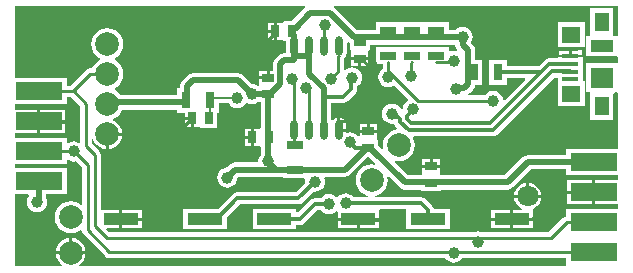
<source format=gtl>
G04*
G04 #@! TF.GenerationSoftware,Altium Limited,Altium Designer,20.2.4 (192)*
G04*
G04 Layer_Physical_Order=1*
G04 Layer_Color=255*
%FSLAX25Y25*%
%MOIN*%
G70*
G04*
G04 #@! TF.SameCoordinates,121250D4-26CC-48BE-A980-2B83B7959B4A*
G04*
G04*
G04 #@! TF.FilePolarity,Positive*
G04*
G01*
G75*
%ADD10C,0.00984*%
%ADD12C,0.00787*%
%ADD14R,0.05512X0.03150*%
%ADD15O,0.02362X0.06693*%
%ADD16R,0.15748X0.05906*%
%ADD17R,0.02677X0.03858*%
%ADD18R,0.03150X0.05512*%
%ADD19R,0.03858X0.02677*%
%ADD20R,0.05118X0.06496*%
%ADD21R,0.07480X0.07087*%
%ADD22R,0.06102X0.05610*%
%ADD23R,0.05512X0.01772*%
%ADD24R,0.07480X0.03937*%
%ADD25R,0.11811X0.03937*%
%ADD40C,0.01181*%
%ADD41C,0.01968*%
%ADD42C,0.07874*%
%ADD43C,0.07087*%
%ADD44C,0.03937*%
G36*
X100447Y33945D02*
X100197Y33549D01*
X99948Y33549D01*
X99016D01*
Y42702D01*
X91142D01*
Y33549D01*
X89961D01*
Y26856D01*
X99948D01*
X100197Y26856D01*
X100447Y26460D01*
Y24890D01*
X100197Y24494D01*
X99948Y24494D01*
X89961D01*
Y14651D01*
X91142D01*
Y5498D01*
X99016D01*
Y14298D01*
X99369Y14651D01*
X100197Y14651D01*
X100447Y14255D01*
Y-4291D01*
X83268D01*
Y-6214D01*
X70378D01*
X69456Y-6397D01*
X68675Y-6919D01*
X62702Y-12891D01*
X41507D01*
Y-12739D01*
X41234D01*
X41129Y-12283D01*
X41129Y-12239D01*
Y-10444D01*
X35271D01*
Y-12239D01*
X35271Y-12283D01*
X35166Y-12739D01*
X34893D01*
Y-12891D01*
X30432D01*
X26125Y-8584D01*
X26358Y-8111D01*
X27500Y-8261D01*
X28888Y-8078D01*
X30180Y-7543D01*
X31291Y-6691D01*
X32143Y-5580D01*
X32678Y-4287D01*
X32861Y-2900D01*
X32678Y-1512D01*
X32262Y-507D01*
X32583Y-7D01*
X58834D01*
X59602Y146D01*
X60254Y581D01*
X79305Y19632D01*
X80512D01*
Y16718D01*
Y10114D01*
X89370D01*
Y18480D01*
X88779D01*
Y21836D01*
Y26364D01*
X88402D01*
Y26364D01*
X84646D01*
X80890D01*
Y26364D01*
X80512D01*
Y26009D01*
X77495D01*
X76727Y25856D01*
X76076Y25421D01*
X74062Y23407D01*
X63388D01*
Y25534D01*
X57483D01*
Y17266D01*
X63388D01*
Y19393D01*
X69395D01*
X69586Y18931D01*
X62742Y12087D01*
X62214Y12266D01*
X62160Y12674D01*
X61823Y13488D01*
X61287Y14187D01*
X60588Y14723D01*
X59774Y15060D01*
X58900Y15175D01*
X58026Y15060D01*
X57212Y14723D01*
X56513Y14187D01*
X56145Y13707D01*
X50803D01*
X50652Y14207D01*
X51050Y14473D01*
X52203Y15626D01*
X52725Y16407D01*
X52896Y17266D01*
X55317D01*
Y25534D01*
X52908D01*
Y28700D01*
X52725Y29622D01*
X52203Y30403D01*
X51437Y31169D01*
X51623Y31412D01*
X51960Y32226D01*
X52075Y33100D01*
X51960Y33974D01*
X51623Y34788D01*
X51087Y35487D01*
X50388Y36023D01*
X49574Y36360D01*
X48700Y36475D01*
X47826Y36360D01*
X47012Y36023D01*
X46313Y35487D01*
X46280Y35444D01*
X44134D01*
Y37988D01*
X19866D01*
Y35444D01*
X13362D01*
X6103Y42703D01*
X5867Y42861D01*
X6019Y43361D01*
X100447D01*
Y33945D01*
D02*
G37*
G36*
X10661Y31332D02*
X11093Y31044D01*
Y28639D01*
X11366D01*
X11471Y28183D01*
X11471Y28139D01*
Y26344D01*
X14400D01*
X17329D01*
Y28139D01*
X17329Y28183D01*
X17434Y28639D01*
X17707D01*
Y30627D01*
X46292D01*
Y30500D01*
X46475Y29578D01*
X46913Y28922D01*
X46865Y28783D01*
X46684Y28523D01*
X46630Y28476D01*
X45878Y28575D01*
X45004Y28460D01*
X44634Y28307D01*
X44134Y28641D01*
Y29917D01*
X19866D01*
Y24012D01*
X22093D01*
Y22555D01*
X21613Y22187D01*
X21077Y21488D01*
X20740Y20674D01*
X20625Y19800D01*
X20740Y18926D01*
X21077Y18112D01*
X21613Y17413D01*
X22312Y16877D01*
X23126Y16540D01*
X24000Y16425D01*
X24874Y16540D01*
X25688Y16877D01*
X25942Y17072D01*
X30601Y12414D01*
X30516Y11986D01*
X30425Y11882D01*
X29752Y11365D01*
X29216Y10666D01*
X28879Y9852D01*
X28769Y9020D01*
X28731Y8991D01*
X28217Y9045D01*
X28123Y9272D01*
X27587Y9971D01*
X26888Y10508D01*
X26074Y10845D01*
X25200Y10960D01*
X24326Y10845D01*
X23512Y10508D01*
X22813Y9971D01*
X22277Y9272D01*
X21940Y8458D01*
X21825Y7585D01*
X21940Y6711D01*
X22277Y5897D01*
X22813Y5198D01*
X23512Y4662D01*
X24326Y4324D01*
X25200Y4209D01*
X25876Y4298D01*
X25899Y4184D01*
X26334Y3532D01*
X27017Y2850D01*
X26856Y2376D01*
X26112Y2278D01*
X24820Y1743D01*
X23709Y891D01*
X22857Y-220D01*
X22322Y-1512D01*
X22139Y-2900D01*
X22289Y-4042D01*
X21816Y-4275D01*
X20607Y-3066D01*
Y-1039D01*
X20334D01*
X20229Y-583D01*
X20229Y-539D01*
Y1256D01*
X14371D01*
Y144D01*
X13871Y-26D01*
X13573Y363D01*
X12874Y900D01*
X12060Y1237D01*
X11186Y1352D01*
X10312Y1237D01*
X10140Y1165D01*
X9724Y1443D01*
Y1524D01*
X7500D01*
Y2024D01*
X7000D01*
Y6313D01*
X6649Y6244D01*
X5928Y5762D01*
X5700Y5421D01*
X5057Y5359D01*
X4908Y5510D01*
Y11193D01*
X9000D01*
X9768Y11346D01*
X10419Y11781D01*
X13079Y14441D01*
X13514Y15092D01*
X13667Y15860D01*
Y16738D01*
X14287Y17213D01*
X14823Y17912D01*
X15160Y18726D01*
X15275Y19600D01*
X15160Y20474D01*
X14823Y21288D01*
X14287Y21987D01*
X13588Y22523D01*
X12774Y22860D01*
X11900Y22975D01*
X11026Y22860D01*
X10212Y22523D01*
X9657Y22097D01*
X9197Y22277D01*
X9157Y22314D01*
Y25857D01*
X9325Y25986D01*
X9735Y26520D01*
X9993Y27143D01*
X10081Y27811D01*
Y31260D01*
X10543Y31451D01*
X10661Y31332D01*
D02*
G37*
G36*
X-3711Y42861D02*
X-3947Y42703D01*
X-8343Y38307D01*
X-10961D01*
Y38034D01*
X-11417Y37929D01*
X-11461Y37929D01*
X-13256D01*
Y35000D01*
Y32071D01*
X-11461D01*
X-11417Y32071D01*
X-10961Y31966D01*
Y31693D01*
X-10081D01*
Y27811D01*
X-10125Y27762D01*
X-10847D01*
X-11769Y27578D01*
X-12550Y27056D01*
X-13703Y25903D01*
X-14225Y25122D01*
X-14409Y24200D01*
Y21894D01*
X-15600D01*
Y19556D01*
X-16100D01*
Y19056D01*
X-19029D01*
Y17217D01*
X-19029D01*
X-19053Y17113D01*
X-19134Y17032D01*
X-19616Y16895D01*
X-19912Y17123D01*
X-20726Y17460D01*
X-21565Y17571D01*
X-24397Y20403D01*
X-25178Y20925D01*
X-26100Y21109D01*
X-41200D01*
X-42122Y20925D01*
X-42903Y20403D01*
X-44748Y18558D01*
X-45270Y17777D01*
X-45453Y16855D01*
Y16134D01*
X-46588D01*
Y13782D01*
X-65314D01*
X-65894Y14539D01*
X-67005Y15391D01*
X-67264Y15498D01*
Y15998D01*
X-67005Y16105D01*
X-65894Y16957D01*
X-65042Y18068D01*
X-64507Y19361D01*
X-64324Y20748D01*
X-64507Y22136D01*
X-65042Y23428D01*
X-65894Y24539D01*
X-67005Y25391D01*
X-67264Y25498D01*
Y25998D01*
X-67005Y26105D01*
X-65894Y26957D01*
X-65042Y28068D01*
X-64507Y29361D01*
X-64324Y30748D01*
X-64507Y32135D01*
X-65042Y33428D01*
X-65894Y34539D01*
X-67005Y35391D01*
X-68298Y35926D01*
X-69685Y36109D01*
X-71073Y35926D01*
X-72365Y35391D01*
X-73476Y34539D01*
X-74328Y33428D01*
X-74863Y32135D01*
X-75046Y30748D01*
X-74863Y29361D01*
X-74328Y28068D01*
X-73476Y26957D01*
X-72365Y26105D01*
X-72106Y25998D01*
Y25498D01*
X-72365Y25391D01*
X-73476Y24539D01*
X-74328Y23428D01*
X-74648Y22655D01*
X-75352D01*
X-76082Y22510D01*
X-76700Y22096D01*
X-81890Y16907D01*
X-83268D01*
Y19331D01*
X-100447D01*
Y43361D01*
X-3863D01*
X-3711Y42861D01*
D02*
G37*
G36*
X-19407Y11328D02*
Y11328D01*
X-18381D01*
Y3007D01*
X-18561D01*
Y2734D01*
X-19017Y2629D01*
X-19061Y2629D01*
X-20856D01*
Y-300D01*
Y-3229D01*
X-19107D01*
X-19017Y-3229D01*
X-18607Y-3445D01*
Y-5176D01*
X-18609Y-5183D01*
Y-6102D01*
X-18923Y-6512D01*
X-19260Y-7326D01*
X-19375Y-8200D01*
X-19369Y-8251D01*
X-19698Y-8627D01*
X-27035D01*
X-27957Y-8810D01*
X-28738Y-9332D01*
X-29735Y-10329D01*
X-30574Y-10440D01*
X-31388Y-10777D01*
X-32087Y-11313D01*
X-32623Y-12012D01*
X-32960Y-12826D01*
X-33075Y-13700D01*
X-32960Y-14574D01*
X-32623Y-15388D01*
X-32087Y-16087D01*
X-31388Y-16623D01*
X-30574Y-16960D01*
X-29700Y-17075D01*
X-28826Y-16960D01*
X-28012Y-16623D01*
X-27313Y-16087D01*
X-26777Y-15388D01*
X-26440Y-14574D01*
X-26329Y-13735D01*
X-26038Y-13444D01*
X-11134D01*
Y-13988D01*
X-4185D01*
X-3824Y-14488D01*
X-3904Y-15100D01*
X-3842Y-15574D01*
X-6860Y-18593D01*
X-26309D01*
X-27077Y-18746D01*
X-27728Y-19181D01*
X-32760Y-24213D01*
X-44488D01*
Y-30906D01*
X-29921D01*
Y-27051D01*
X-25477Y-22607D01*
X-6029D01*
X-5261Y-22454D01*
X-4610Y-22019D01*
X-1003Y-18413D01*
X-529Y-18475D01*
X345Y-18360D01*
X1159Y-18023D01*
X1858Y-17487D01*
X2394Y-16788D01*
X2732Y-15974D01*
X2847Y-15100D01*
X2732Y-14226D01*
X2580Y-13860D01*
X2857Y-13444D01*
X9430D01*
X10352Y-13261D01*
X11133Y-12739D01*
X17300Y-6572D01*
X19625Y-8896D01*
X19391Y-9370D01*
X18400Y-9239D01*
X17012Y-9422D01*
X15720Y-9957D01*
X14609Y-10809D01*
X13757Y-11920D01*
X13222Y-13213D01*
X13039Y-14600D01*
X13222Y-15988D01*
X13757Y-17280D01*
X14609Y-18391D01*
X15720Y-19243D01*
X17012Y-19778D01*
X17125Y-19793D01*
X17092Y-20293D01*
X12378D01*
X12087Y-19913D01*
X11388Y-19377D01*
X10574Y-19040D01*
X9700Y-18925D01*
X8826Y-19040D01*
X8012Y-19377D01*
X7313Y-19913D01*
X7035Y-20276D01*
X6535D01*
X6487Y-20213D01*
X5788Y-19677D01*
X4974Y-19340D01*
X4100Y-19225D01*
X3226Y-19340D01*
X2412Y-19677D01*
X1713Y-20213D01*
X1422Y-20593D01*
X-600D01*
X-1368Y-20746D01*
X-2019Y-21181D01*
X-6193Y-25354D01*
X-6693Y-25147D01*
Y-24213D01*
X-21260D01*
Y-30906D01*
X-6693D01*
Y-29566D01*
X-5559D01*
X-4791Y-29413D01*
X-4140Y-28978D01*
X231Y-24607D01*
X1422D01*
X1713Y-24987D01*
X2412Y-25523D01*
X3226Y-25860D01*
X4100Y-25975D01*
X4974Y-25860D01*
X5788Y-25523D01*
X6487Y-24987D01*
X6571Y-24877D01*
X7071Y-25047D01*
Y-27059D01*
X20882D01*
Y-24591D01*
X21264Y-24307D01*
X29921D01*
Y-30906D01*
X44488D01*
Y-24213D01*
X39156D01*
X39059Y-23724D01*
X38624Y-23073D01*
X36432Y-20881D01*
X35781Y-20446D01*
X35013Y-20293D01*
X19708D01*
X19675Y-19793D01*
X19787Y-19778D01*
X21080Y-19243D01*
X22191Y-18391D01*
X23043Y-17280D01*
X23578Y-15988D01*
X23761Y-14600D01*
X23630Y-13609D01*
X24104Y-13375D01*
X27732Y-17003D01*
X28513Y-17525D01*
X29435Y-17708D01*
X34893D01*
Y-18172D01*
X41507D01*
Y-17708D01*
X63700D01*
X64622Y-17525D01*
X65403Y-17003D01*
X71376Y-11030D01*
X83268D01*
Y-12953D01*
X100447D01*
Y-14669D01*
X93020D01*
Y-18622D01*
Y-22575D01*
X100447D01*
Y-24291D01*
X83268D01*
Y-26737D01*
X82648Y-26860D01*
X82030Y-27274D01*
X77310Y-31993D01*
X55274D01*
X54738Y-31771D01*
X53864Y-31656D01*
X52991Y-31771D01*
X52455Y-31993D01*
X-69010D01*
X-70014Y-30990D01*
X-69823Y-30528D01*
X-65658D01*
Y-27559D01*
Y-24591D01*
X-71893D01*
Y-6100D01*
X-72038Y-5370D01*
X-72452Y-4752D01*
X-74893Y-2310D01*
Y-886D01*
X-74393Y-786D01*
X-73997Y-1742D01*
X-73206Y-2773D01*
X-72175Y-3564D01*
X-70974Y-4062D01*
X-70185Y-4166D01*
Y748D01*
X-69685D01*
Y1248D01*
X-64771D01*
X-64875Y2037D01*
X-65373Y3238D01*
X-66164Y4269D01*
X-67195Y5060D01*
X-67708Y5273D01*
Y5814D01*
X-67005Y6105D01*
X-65894Y6957D01*
X-65042Y8068D01*
X-64670Y8965D01*
X-46588D01*
Y7866D01*
X-43694D01*
Y6500D01*
X-41356D01*
Y6000D01*
X-40856D01*
Y3071D01*
X-39017D01*
Y3071D01*
X-38561Y2966D01*
Y2693D01*
X-33128D01*
Y7866D01*
X-32612D01*
Y10994D01*
X-29232D01*
X-28787Y10413D01*
X-28088Y9877D01*
X-27274Y9540D01*
X-26400Y9425D01*
X-25526Y9540D01*
X-24712Y9877D01*
X-24013Y10413D01*
X-23477Y11112D01*
X-22929Y11128D01*
X-22474Y10940D01*
X-21600Y10825D01*
X-20726Y10940D01*
X-19912Y11277D01*
X-19674Y11459D01*
X-19407Y11328D01*
D02*
G37*
G36*
X-78707Y10110D02*
Y-1900D01*
X-79155Y-2121D01*
X-79212Y-2077D01*
X-80026Y-1740D01*
X-80900Y-1625D01*
X-81774Y-1740D01*
X-82588Y-2077D01*
X-82819Y-2255D01*
X-83268Y-2034D01*
Y-669D01*
X-100447D01*
Y1047D01*
X-93020D01*
Y5000D01*
Y8953D01*
X-100447D01*
Y10669D01*
X-83268D01*
Y13093D01*
X-81690D01*
X-78707Y10110D01*
D02*
G37*
G36*
X-82588Y-7923D02*
X-81774Y-8260D01*
X-80900Y-8375D01*
X-80300Y-8296D01*
X-78159Y-10437D01*
Y-22595D01*
X-78608Y-22816D01*
X-79220Y-22346D01*
X-80512Y-21811D01*
X-81900Y-21628D01*
X-83288Y-21811D01*
X-84580Y-22346D01*
X-85691Y-23198D01*
X-86543Y-24309D01*
X-87078Y-25602D01*
X-87261Y-26989D01*
X-87078Y-28376D01*
X-86543Y-29669D01*
X-85691Y-30780D01*
X-84580Y-31632D01*
X-83288Y-32167D01*
X-81900Y-32350D01*
X-80512Y-32167D01*
X-79220Y-31632D01*
X-78591Y-31149D01*
X-78142Y-31435D01*
X-78014Y-32077D01*
X-77601Y-32696D01*
X-70326Y-39970D01*
X-70326Y-39970D01*
X-69708Y-40384D01*
X-68978Y-40529D01*
X42985D01*
X43413Y-41087D01*
X44112Y-41623D01*
X44926Y-41960D01*
X45800Y-42075D01*
X46674Y-41960D01*
X47488Y-41623D01*
X48187Y-41087D01*
X48615Y-40529D01*
X83268D01*
Y-42953D01*
X83046Y-43361D01*
X-78913D01*
X-79082Y-42861D01*
X-78379Y-42321D01*
X-77587Y-41290D01*
X-77090Y-40089D01*
X-76986Y-39300D01*
X-81900D01*
X-86814D01*
X-86710Y-40089D01*
X-86212Y-41290D01*
X-85421Y-42321D01*
X-84718Y-42861D01*
X-84887Y-43361D01*
X-100447D01*
Y-19331D01*
X-96077D01*
X-95830Y-19831D01*
X-96123Y-20212D01*
X-96460Y-21026D01*
X-96575Y-21900D01*
X-96460Y-22774D01*
X-96123Y-23588D01*
X-95587Y-24287D01*
X-94888Y-24823D01*
X-94074Y-25160D01*
X-93200Y-25275D01*
X-92326Y-25160D01*
X-91512Y-24823D01*
X-90813Y-24287D01*
X-90277Y-23588D01*
X-89940Y-22774D01*
X-89825Y-21900D01*
X-89940Y-21026D01*
X-90111Y-20612D01*
Y-19331D01*
X-83268D01*
Y-10669D01*
X-100447D01*
Y-9331D01*
X-83268D01*
Y-7966D01*
X-82819Y-7745D01*
X-82588Y-7923D01*
D02*
G37*
%LPC*%
G36*
X89370Y38086D02*
X80512D01*
Y29720D01*
X80890D01*
Y29718D01*
X84646D01*
X88402D01*
Y29720D01*
X89370D01*
Y38086D01*
D02*
G37*
G36*
X88402Y28718D02*
X84646D01*
X80890D01*
Y27159D01*
X84646D01*
X88402D01*
Y28718D01*
D02*
G37*
G36*
X41129Y-7605D02*
X38700D01*
Y-9444D01*
X41129D01*
Y-7605D01*
D02*
G37*
G36*
X37700D02*
X35271D01*
Y-9444D01*
X37700D01*
Y-7605D01*
D02*
G37*
G36*
X17329Y25344D02*
X14900D01*
Y23505D01*
X17329D01*
Y25344D01*
D02*
G37*
G36*
X13900D02*
X11471D01*
Y23505D01*
X13900D01*
Y25344D01*
D02*
G37*
G36*
X8000Y6313D02*
Y2524D01*
X9724D01*
Y4189D01*
X9555Y5040D01*
X9072Y5762D01*
X8351Y6244D01*
X8000Y6313D01*
D02*
G37*
G36*
X20229Y4095D02*
X17800D01*
Y2256D01*
X20229D01*
Y4095D01*
D02*
G37*
G36*
X16800D02*
X14371D01*
Y2256D01*
X16800D01*
Y4095D01*
D02*
G37*
G36*
X-14256Y37929D02*
X-16094D01*
Y35500D01*
X-14256D01*
Y37929D01*
D02*
G37*
G36*
Y34500D02*
X-16094D01*
Y32071D01*
X-14256D01*
Y34500D01*
D02*
G37*
G36*
X-16600Y21894D02*
X-19029D01*
Y20056D01*
X-16600D01*
Y21894D01*
D02*
G37*
G36*
X-41856Y5500D02*
X-43694D01*
Y3071D01*
X-41856D01*
Y5500D01*
D02*
G37*
G36*
X-21856Y2629D02*
X-23695D01*
Y200D01*
X-21856D01*
Y2629D01*
D02*
G37*
G36*
Y-800D02*
X-23695D01*
Y-3229D01*
X-21856D01*
Y-800D01*
D02*
G37*
G36*
X-64771Y248D02*
X-69185D01*
Y-4166D01*
X-68396Y-4062D01*
X-67195Y-3564D01*
X-66164Y-2773D01*
X-65373Y-1742D01*
X-64875Y-541D01*
X-64771Y248D01*
D02*
G37*
G36*
X92020Y-14669D02*
X83646D01*
Y-18122D01*
X92020D01*
Y-14669D01*
D02*
G37*
G36*
X70900Y-15483D02*
Y-19500D01*
X74917D01*
X74826Y-18814D01*
X74369Y-17709D01*
X73640Y-16760D01*
X72691Y-16031D01*
X71586Y-15574D01*
X70900Y-15483D01*
D02*
G37*
G36*
X69900Y-15483D02*
X69214Y-15574D01*
X68109Y-16031D01*
X67160Y-16760D01*
X66431Y-17709D01*
X65974Y-18814D01*
X65883Y-19500D01*
X69900D01*
Y-15483D01*
D02*
G37*
G36*
X92020Y-19122D02*
X83646D01*
Y-22575D01*
X92020D01*
Y-19122D01*
D02*
G37*
G36*
X74917Y-20500D02*
X70400D01*
X65883D01*
X65974Y-21186D01*
X66431Y-22291D01*
X67160Y-23240D01*
X68109Y-23969D01*
X68403Y-24091D01*
X68304Y-24591D01*
X65658D01*
Y-27059D01*
X72063D01*
Y-24770D01*
X72063Y-24591D01*
X72230Y-24160D01*
X72691Y-23969D01*
X73640Y-23240D01*
X74369Y-22291D01*
X74826Y-21186D01*
X74917Y-20500D01*
D02*
G37*
G36*
X64657Y-24591D02*
X58252D01*
Y-27059D01*
X64657D01*
Y-24591D01*
D02*
G37*
G36*
X-58252D02*
X-64657D01*
Y-27059D01*
X-58252D01*
Y-24591D01*
D02*
G37*
G36*
X72063Y-28059D02*
X65658D01*
Y-30528D01*
X72063D01*
Y-28059D01*
D02*
G37*
G36*
X64657D02*
X58252D01*
Y-30528D01*
X64657D01*
Y-28059D01*
D02*
G37*
G36*
X20882D02*
X14476D01*
Y-30528D01*
X20882D01*
Y-28059D01*
D02*
G37*
G36*
X13476D02*
X7071D01*
Y-30528D01*
X13476D01*
Y-28059D01*
D02*
G37*
G36*
X-58252Y-28059D02*
X-64657D01*
Y-30528D01*
X-58252D01*
Y-28059D01*
D02*
G37*
G36*
X-83646Y8953D02*
X-92020D01*
Y5500D01*
X-83646D01*
Y8953D01*
D02*
G37*
G36*
Y4500D02*
X-92020D01*
Y1047D01*
X-83646D01*
Y4500D01*
D02*
G37*
G36*
X-81400Y-33886D02*
Y-38300D01*
X-76986D01*
X-77090Y-37511D01*
X-77587Y-36310D01*
X-78379Y-35279D01*
X-79410Y-34488D01*
X-80611Y-33990D01*
X-81400Y-33886D01*
D02*
G37*
G36*
X-82400D02*
X-83189Y-33990D01*
X-84390Y-34488D01*
X-85421Y-35279D01*
X-86212Y-36310D01*
X-86710Y-37511D01*
X-86814Y-38300D01*
X-82400D01*
Y-33886D01*
D02*
G37*
%LPD*%
D10*
X-56000Y2000D02*
X-45356D01*
X-41356Y6000D01*
X2500Y29976D02*
X2600Y30076D01*
Y36900D01*
X2700Y37000D01*
X76382Y29218D02*
X84646D01*
X73900Y31700D02*
X76382Y29218D01*
X38200Y-9944D02*
X59356D01*
X69700Y400D01*
X37978Y-9722D02*
X38200Y-9944D01*
X32022Y-9722D02*
X37978D01*
X31800Y-9500D02*
X32022Y-9722D01*
X71963Y-27437D02*
X80778Y-18622D01*
X65158Y-27559D02*
X65279Y-27437D01*
X71963D01*
X80778Y-18622D02*
X92520D01*
X14400Y25844D02*
X14990D01*
X17070Y23765D01*
X18135D01*
X18700Y23200D01*
X7250Y21650D02*
Y26675D01*
X4700Y19100D02*
X7250Y21650D01*
X-16100Y19556D02*
Y32065D01*
X-13756Y34409D01*
Y35000D01*
X-41356Y1856D02*
Y6000D01*
Y1856D02*
X-39200Y-300D01*
X-21356D01*
X-65158Y-27559D02*
X-53513D01*
X-51354Y-25400D01*
X-50800D01*
X84646Y26659D02*
Y29218D01*
X7500Y5075D02*
X9859D01*
X11334Y3600D01*
X11800D01*
X13894Y1756D02*
X17300D01*
X12050Y3600D02*
X13894Y1756D01*
X11800Y3600D02*
X12050D01*
X40000Y24965D02*
X45643D01*
X24000Y21711D02*
X33911Y11800D01*
X45643Y24965D02*
X45878Y25200D01*
X33911Y11800D02*
X58900D01*
X24000Y21711D02*
Y24965D01*
X53864Y-35032D02*
Y-33900D01*
X50000D02*
X53864D01*
X78100D01*
X-69800D02*
X50000D01*
X-8000Y19000D02*
X-7500Y18500D01*
Y5075D02*
Y18500D01*
X-81100Y15000D02*
X-75352Y20748D01*
X-69685D01*
X-92520Y15000D02*
X-91128D01*
X-87598D02*
X-81100D01*
X-80900D02*
X-76800Y10900D01*
X-91128Y15000D02*
X-89736D01*
X-88344D02*
X-87598D01*
X-89736D02*
X-88344D01*
X-3600Y16000D02*
X-2500Y14900D01*
Y5075D02*
Y14900D01*
X7250Y26675D02*
X7500Y26925D01*
X-7500Y-2465D02*
Y5075D01*
Y-2465D02*
X-7000Y-2965D01*
X45800Y-38622D02*
X92520D01*
X-76253Y-31347D02*
Y-9647D01*
X-68978Y-38622D02*
X45800D01*
X-76253Y-31347D02*
X-68978Y-38622D01*
X-73800Y-29900D02*
Y-6100D01*
Y-29900D02*
X-69800Y-33900D01*
X-92520Y5000D02*
X-92420Y4900D01*
X-80800D01*
X-76800Y-3100D02*
Y10900D01*
Y-3100D02*
X-73800Y-6100D01*
X13976Y-27559D02*
X14117Y-27700D01*
X23300D01*
X31500Y24465D02*
X32000Y24965D01*
X31500Y20100D02*
Y24465D01*
X-92520Y-5000D02*
X-80900D01*
X-76253Y-9647D01*
X78100Y-33900D02*
X83378Y-28622D01*
X92520D01*
D12*
X-34565Y12800D02*
X-26400D01*
X-35465Y11900D02*
X-34565Y12800D01*
X-35565Y12000D02*
X-35465Y11900D01*
X-35565Y6279D02*
Y12000D01*
X-35844Y6000D02*
X-35565Y6279D01*
D14*
X-7000Y-11035D02*
D03*
Y-2965D02*
D03*
X24000Y26965D02*
D03*
Y35035D02*
D03*
X32000D02*
D03*
Y26965D02*
D03*
X40000Y35035D02*
D03*
Y26965D02*
D03*
D15*
X-7500Y2024D02*
D03*
X-2500D02*
D03*
X2500D02*
D03*
X7500D02*
D03*
X-7500Y29976D02*
D03*
X-2500D02*
D03*
X2500D02*
D03*
X7500D02*
D03*
D16*
X92520Y-38622D02*
D03*
Y-28622D02*
D03*
Y-18622D02*
D03*
Y-8622D02*
D03*
X-92520Y15000D02*
D03*
Y5000D02*
D03*
Y-5000D02*
D03*
Y-15000D02*
D03*
D17*
X-15844Y-300D02*
D03*
X-21356D02*
D03*
X-35844Y6000D02*
D03*
X-41356D02*
D03*
X-8244Y35000D02*
D03*
X-13756D02*
D03*
D18*
X-43635Y12000D02*
D03*
X-35565D02*
D03*
X60435Y21400D02*
D03*
X52365D02*
D03*
D19*
X-16100Y14044D02*
D03*
Y19556D02*
D03*
X14400Y31356D02*
D03*
Y25844D02*
D03*
X38200Y-15456D02*
D03*
Y-9944D02*
D03*
X17300Y1756D02*
D03*
Y-3756D02*
D03*
D20*
X95079Y38076D02*
D03*
Y10124D02*
D03*
D21*
Y19572D02*
D03*
D22*
X84941Y33903D02*
D03*
Y14297D02*
D03*
D23*
X84646Y21541D02*
D03*
Y18982D02*
D03*
Y29218D02*
D03*
Y24100D02*
D03*
Y26659D02*
D03*
D24*
X95079Y30202D02*
D03*
D25*
X65158Y-27559D02*
D03*
X37205D02*
D03*
X13976D02*
D03*
X-13976D02*
D03*
X-37205D02*
D03*
X-65158D02*
D03*
D40*
X11069Y-2024D02*
X12802Y-3756D01*
X11046Y-2000D02*
X11069Y-2024D01*
X11186D01*
X12802Y-3756D02*
X16710D01*
X11660Y19360D02*
X11900Y19600D01*
X11660Y15860D02*
Y19360D01*
X2600Y13200D02*
X9000D01*
X2500Y13300D02*
X2600Y13200D01*
X9000D02*
X11660Y15860D01*
X16710Y-3756D02*
X17300D01*
X57856Y4362D02*
X74894Y21400D01*
X60435D02*
X74894D01*
X77495Y24002D01*
X30115Y5930D02*
Y6909D01*
X32139Y8932D01*
Y8978D01*
X30115Y5930D02*
X31683Y4362D01*
X27012Y6519D02*
X27061D01*
X25946Y7585D02*
X27012Y6519D01*
X25200Y7585D02*
X25946D01*
X27753Y4952D02*
Y5827D01*
Y4952D02*
X30705Y2000D01*
X27061Y6519D02*
X27753Y5827D01*
X77495Y24002D02*
X84547D01*
X84646Y24100D01*
X58834Y2000D02*
X78474Y21639D01*
X84547D02*
X84646Y21541D01*
X31683Y4362D02*
X57856D01*
X30705Y2000D02*
X58834D01*
X78474Y21639D02*
X84547D01*
X35013Y-22300D02*
X37205Y-24492D01*
X9700Y-22300D02*
X35013D01*
X-600Y-22600D02*
X4100D01*
X-5559Y-27559D02*
X-600Y-22600D01*
X-6029Y-20600D02*
X-529Y-15100D01*
X-26309Y-20600D02*
X-6029D01*
X-37205Y-27559D02*
X-33268D01*
X-26309Y-20600D01*
X-13976Y-27559D02*
X-5559D01*
X37205D02*
Y-24492D01*
D41*
X12365Y33035D02*
X48635D01*
X-7500Y29976D02*
Y33665D01*
Y26925D02*
Y29976D01*
Y26925D02*
X-2500D01*
X50500Y17329D02*
Y28700D01*
X29435Y-15300D02*
X63700D01*
X-16200Y-8400D02*
Y-5183D01*
Y-8400D02*
X-13565Y-11035D01*
X-27035D02*
X-13565D01*
X-2244Y41000D02*
X4400D01*
X12365Y33035D01*
X-2387Y20898D02*
X2500Y16011D01*
X-2387Y20898D02*
Y26812D01*
X2500Y13300D02*
Y16011D01*
X-8244Y35000D02*
Y35591D01*
X-7890Y35945D01*
X-7299D01*
X-2244Y41000D01*
X2500Y5075D02*
Y13300D01*
X-92520Y-21220D02*
Y-15000D01*
X-93200Y-21900D02*
X-92520Y-21220D01*
X-26100Y18700D02*
X-21600Y14200D01*
X-41200Y18700D02*
X-26100D01*
X-43045Y16855D02*
X-41200Y18700D01*
X-43635Y12000D02*
X-43045Y12591D01*
Y16855D01*
X-16178Y14122D02*
X-16100Y14044D01*
X-21522Y14122D02*
X-16178D01*
X-21600Y14200D02*
X-21522Y14122D01*
X48635Y33035D02*
X48700Y33100D01*
Y30500D02*
Y33100D01*
Y30500D02*
X50500Y28700D01*
X49347Y16176D02*
X50500Y17329D01*
X46876Y16176D02*
X49347D01*
X46600Y15900D02*
X46876Y16176D01*
X9430Y-11035D02*
X16710Y-3756D01*
X-7000Y-11035D02*
X9430D01*
X-7500Y25626D02*
Y26925D01*
X-7773Y25353D02*
X-7500Y25626D01*
X-10847Y25353D02*
X-7773D01*
X-12000Y24200D02*
X-10847Y25353D01*
X-16100Y14044D02*
X-15509D01*
X-12000Y17554D01*
Y24200D01*
X-92831Y-15000D02*
X-92520D01*
X-94800Y-16969D02*
X-92831Y-15000D01*
X-8244Y34409D02*
X-7500Y33665D01*
X-8244Y34409D02*
Y35000D01*
X-2500Y26925D02*
X-2387Y26812D01*
X17300Y-3756D02*
X17890D01*
X29435Y-15300D01*
X70378Y-8622D02*
X92520D01*
X63700Y-15300D02*
X70378Y-8622D01*
X-29700Y-13700D02*
X-27035Y-11035D01*
X-16198Y-654D02*
X-15844Y-300D01*
X-16198Y-5182D02*
Y-654D01*
X-16200Y-5183D02*
X-16198Y-5182D01*
X-13565Y-11035D02*
X-7000D01*
X-16100Y14044D02*
X-15972Y13916D01*
Y-172D02*
Y13916D01*
Y-172D02*
X-15844Y-300D01*
X-69685Y10748D02*
X-69059Y11374D01*
X-44226D01*
X-43635Y11965D01*
Y12000D01*
D42*
X18400Y-14600D02*
D03*
X27500Y-2900D02*
D03*
X-69685Y748D02*
D03*
Y10748D02*
D03*
Y20748D02*
D03*
Y30748D02*
D03*
X-81900Y-26989D02*
D03*
Y-38800D02*
D03*
D43*
X70400Y-20000D02*
D03*
D44*
X-26400Y12800D02*
D03*
X-56000Y2000D02*
D03*
X11186Y-2024D02*
D03*
X73900Y31700D02*
D03*
X69700Y400D02*
D03*
X77000Y-22400D02*
D03*
X18700Y23200D02*
D03*
X11900Y19600D02*
D03*
X4700Y19100D02*
D03*
X-16200Y29700D02*
D03*
X-50800Y-25400D02*
D03*
X-93200Y-21900D02*
D03*
X-21600Y14200D02*
D03*
X-16000Y-8200D02*
D03*
X11800Y3600D02*
D03*
X25200Y7585D02*
D03*
X45878Y25200D02*
D03*
X58900Y11800D02*
D03*
X48700Y33100D02*
D03*
X46600Y15900D02*
D03*
X53864Y-35032D02*
D03*
X-8000Y19000D02*
D03*
X2700Y37000D02*
D03*
X-3600Y16000D02*
D03*
X9700Y-22300D02*
D03*
X4100Y-22600D02*
D03*
X-29700Y-13700D02*
D03*
X24000Y19800D02*
D03*
X-80800Y4900D02*
D03*
X23300Y-27700D02*
D03*
X31800Y-9500D02*
D03*
X45800Y-38700D02*
D03*
X31500Y20100D02*
D03*
X-80900Y-5000D02*
D03*
X-529Y-15100D02*
D03*
X32139Y8978D02*
D03*
M02*

</source>
